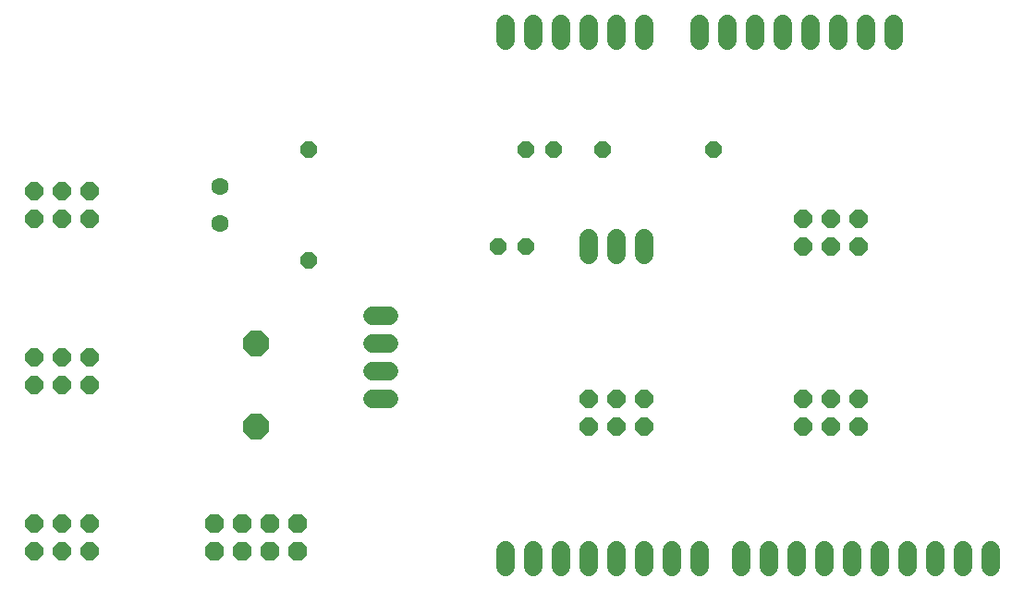
<source format=gbr>
G04 EAGLE Gerber RS-274X export*
G75*
%MOMM*%
%FSLAX34Y34*%
%LPD*%
%INSoldermask Top*%
%IPPOS*%
%AMOC8*
5,1,8,0,0,1.08239X$1,22.5*%
G01*
%ADD10C,1.603200*%
%ADD11P,1.649562X8X112.500000*%
%ADD12P,1.759533X8X22.500000*%
%ADD13C,1.727200*%
%ADD14P,1.869504X8X22.500000*%
%ADD15P,2.556822X8X112.500000*%
%ADD16C,1.711200*%
%ADD17P,1.649562X8X202.500000*%


D10*
X246380Y385300D03*
X246380Y351300D03*
D11*
X327660Y317500D03*
X327660Y419100D03*
D12*
X76200Y355600D03*
X76200Y381000D03*
X101600Y355600D03*
X101600Y381000D03*
X127000Y355600D03*
X127000Y381000D03*
X76200Y203200D03*
X76200Y228600D03*
X101600Y203200D03*
X101600Y228600D03*
X127000Y203200D03*
X127000Y228600D03*
X76200Y50800D03*
X76200Y76200D03*
X101600Y50800D03*
X101600Y76200D03*
X127000Y50800D03*
X127000Y76200D03*
D13*
X386080Y190500D02*
X401320Y190500D01*
X401320Y215900D02*
X386080Y215900D01*
X386080Y241300D02*
X401320Y241300D01*
X401320Y266700D02*
X386080Y266700D01*
D14*
X241300Y50800D03*
X266700Y50800D03*
X292100Y50800D03*
X317500Y50800D03*
X241300Y76200D03*
X266700Y76200D03*
X292100Y76200D03*
X317500Y76200D03*
D15*
X279400Y165100D03*
X279400Y241300D03*
D13*
X508000Y52070D02*
X508000Y36830D01*
X533400Y36830D02*
X533400Y52070D01*
X558800Y52070D02*
X558800Y36830D01*
X584200Y36830D02*
X584200Y52070D01*
X609600Y52070D02*
X609600Y36830D01*
X635000Y36830D02*
X635000Y52070D01*
X660400Y52070D02*
X660400Y36830D01*
X685800Y36830D02*
X685800Y52070D01*
X723900Y52070D02*
X723900Y36830D01*
X749300Y36830D02*
X749300Y52070D01*
X774700Y52070D02*
X774700Y36830D01*
X800100Y36830D02*
X800100Y52070D01*
X825500Y52070D02*
X825500Y36830D01*
X850900Y36830D02*
X850900Y52070D01*
X876300Y52070D02*
X876300Y36830D01*
X901700Y36830D02*
X901700Y52070D01*
X635000Y519430D02*
X635000Y534670D01*
X609600Y534670D02*
X609600Y519430D01*
X584200Y519430D02*
X584200Y534670D01*
X558800Y534670D02*
X558800Y519430D01*
X533400Y519430D02*
X533400Y534670D01*
X508000Y534670D02*
X508000Y519430D01*
X812800Y519430D02*
X812800Y534670D01*
X787400Y534670D02*
X787400Y519430D01*
X762000Y519430D02*
X762000Y534670D01*
X736600Y534670D02*
X736600Y519430D01*
X711200Y519430D02*
X711200Y534670D01*
X685800Y534670D02*
X685800Y519430D01*
D12*
X781050Y330200D03*
X781050Y355600D03*
X806450Y330200D03*
X806450Y355600D03*
X831850Y330200D03*
X831850Y355600D03*
X584200Y165100D03*
X584200Y190500D03*
X609600Y165100D03*
X609600Y190500D03*
X635000Y165100D03*
X635000Y190500D03*
X781050Y165100D03*
X781050Y190500D03*
X806450Y165100D03*
X806450Y190500D03*
X831850Y165100D03*
X831850Y190500D03*
D16*
X584200Y322660D02*
X584200Y337740D01*
X609600Y337740D02*
X609600Y322660D01*
X635000Y322660D02*
X635000Y337740D01*
D17*
X698500Y419100D03*
X596900Y419100D03*
X552450Y419100D03*
X527050Y419100D03*
D13*
X927100Y52070D02*
X927100Y36830D01*
X952500Y36830D02*
X952500Y52070D01*
X838200Y519430D02*
X838200Y534670D01*
X863600Y534670D02*
X863600Y519430D01*
D17*
X527050Y330200D03*
X501650Y330200D03*
M02*

</source>
